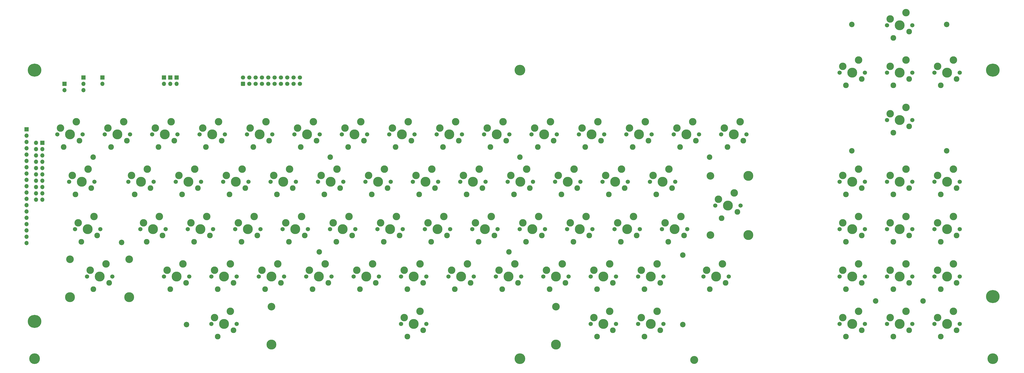
<source format=gts>
G04 #@! TF.GenerationSoftware,KiCad,Pcbnew,8.0.2*
G04 #@! TF.CreationDate,2025-05-01T13:08:38+01:00*
G04 #@! TF.ProjectId,Keyboard,4b657962-6f61-4726-942e-6b696361645f,rev?*
G04 #@! TF.SameCoordinates,Original*
G04 #@! TF.FileFunction,Soldermask,Top*
G04 #@! TF.FilePolarity,Negative*
%FSLAX46Y46*%
G04 Gerber Fmt 4.6, Leading zero omitted, Abs format (unit mm)*
G04 Created by KiCad (PCBNEW 8.0.2) date 2025-05-01 13:08:38*
%MOMM*%
%LPD*%
G01*
G04 APERTURE LIST*
G04 Aperture macros list*
%AMRoundRect*
0 Rectangle with rounded corners*
0 $1 Rounding radius*
0 $2 $3 $4 $5 $6 $7 $8 $9 X,Y pos of 4 corners*
0 Add a 4 corners polygon primitive as box body*
4,1,4,$2,$3,$4,$5,$6,$7,$8,$9,$2,$3,0*
0 Add four circle primitives for the rounded corners*
1,1,$1+$1,$2,$3*
1,1,$1+$1,$4,$5*
1,1,$1+$1,$6,$7*
1,1,$1+$1,$8,$9*
0 Add four rect primitives between the rounded corners*
20,1,$1+$1,$2,$3,$4,$5,0*
20,1,$1+$1,$4,$5,$6,$7,0*
20,1,$1+$1,$6,$7,$8,$9,0*
20,1,$1+$1,$8,$9,$2,$3,0*%
G04 Aperture macros list end*
%ADD10O,5.500000X5.200000*%
%ADD11C,4.300000*%
%ADD12C,3.200000*%
%ADD13C,2.200000*%
%ADD14RoundRect,0.250000X0.600000X-0.600000X0.600000X0.600000X-0.600000X0.600000X-0.600000X-0.600000X0*%
%ADD15C,1.700000*%
%ADD16C,1.701800*%
%ADD17C,3.000000*%
%ADD18C,3.987800*%
%ADD19C,2.286000*%
%ADD20C,3.048000*%
%ADD21R,1.700000X1.700000*%
%ADD22O,1.700000X1.700000*%
G04 APERTURE END LIST*
D10*
G04 #@! TO.C,H1*
X85012500Y-118075000D03*
G04 #@! TD*
D11*
G04 #@! TO.C,H2*
X280012500Y-118075000D03*
G04 #@! TD*
D10*
G04 #@! TO.C,H3*
X470012500Y-118075000D03*
G04 #@! TD*
G04 #@! TO.C,H4*
X85012500Y-219075000D03*
G04 #@! TD*
D12*
G04 #@! TO.C,H5*
X350012500Y-234575000D03*
G04 #@! TD*
D10*
G04 #@! TO.C,H6*
X470012500Y-209075000D03*
G04 #@! TD*
D13*
G04 #@! TO.C,H8*
X203835000Y-153035000D03*
G04 #@! TD*
G04 #@! TO.C,H10*
X356235000Y-153035000D03*
G04 #@! TD*
G04 #@! TO.C,H12*
X199390000Y-191135000D03*
G04 #@! TD*
D14*
G04 #@! TO.C,J2*
X168795000Y-123555000D03*
D15*
X168795000Y-121015000D03*
X171335000Y-123555000D03*
X171335000Y-121015000D03*
X173875000Y-123555000D03*
X173875000Y-121015000D03*
X176415000Y-123555000D03*
X176415000Y-121015000D03*
X178955000Y-123555000D03*
X178955000Y-121015000D03*
X181495000Y-123555000D03*
X181495000Y-121015000D03*
X184035000Y-123555000D03*
X184035000Y-121015000D03*
X186575000Y-123555000D03*
X186575000Y-121015000D03*
X189115000Y-123555000D03*
X189115000Y-121015000D03*
X191655000Y-123555000D03*
X191655000Y-121015000D03*
G04 #@! TD*
D13*
G04 #@! TO.C,H9*
X280035000Y-153035000D03*
G04 #@! TD*
D16*
G04 #@! TO.C,SW17*
X342467500Y-162925000D03*
D17*
X339927500Y-157845000D03*
D18*
X337387500Y-162925000D03*
D17*
X333577500Y-160385000D03*
D16*
X332307500Y-162925000D03*
D19*
X334847500Y-168005000D03*
X341197500Y-165465000D03*
G04 #@! TD*
D20*
G04 #@! TO.C,ST3*
X180225000Y-213090000D03*
D18*
X180225000Y-228330000D03*
D20*
X294525000Y-213090000D03*
D18*
X294525000Y-228330000D03*
G04 #@! TD*
D16*
G04 #@! TO.C,SW9*
X437717500Y-119062500D03*
D17*
X435177500Y-113982500D03*
D18*
X432637500Y-119062500D03*
D17*
X428827500Y-116522500D03*
D16*
X427557500Y-119062500D03*
D19*
X430097500Y-124142500D03*
X436447500Y-121602500D03*
G04 #@! TD*
D16*
G04 #@! TO.C,SW60*
X156730000Y-181975000D03*
D17*
X154190000Y-176895000D03*
D18*
X151650000Y-181975000D03*
D17*
X147840000Y-179435000D03*
D16*
X146570000Y-181975000D03*
D19*
X149110000Y-187055000D03*
X155460000Y-184515000D03*
G04 #@! TD*
D16*
G04 #@! TO.C,SW27*
X304367500Y-162925000D03*
D17*
X301827500Y-157845000D03*
D18*
X299287500Y-162925000D03*
D17*
X295477500Y-160385000D03*
D16*
X294207500Y-162925000D03*
D19*
X296747500Y-168005000D03*
X303097500Y-165465000D03*
G04 #@! TD*
D13*
G04 #@! TO.C,H25*
X413385000Y-150495000D03*
G04 #@! TD*
D16*
G04 #@! TO.C,SW22*
X337705000Y-201025000D03*
D17*
X335165000Y-195945000D03*
D18*
X332625000Y-201025000D03*
D17*
X328815000Y-198485000D03*
D16*
X327545000Y-201025000D03*
D19*
X330085000Y-206105000D03*
X336435000Y-203565000D03*
G04 #@! TD*
D13*
G04 #@! TO.C,H28*
X441960000Y-210820000D03*
G04 #@! TD*
D16*
G04 #@! TO.C,SW69*
X137680000Y-181975000D03*
D17*
X135140000Y-176895000D03*
D18*
X132600000Y-181975000D03*
D17*
X128790000Y-179435000D03*
D16*
X127520000Y-181975000D03*
D19*
X130060000Y-187055000D03*
X136410000Y-184515000D03*
G04 #@! TD*
D16*
G04 #@! TO.C,SW33*
X275792500Y-143875000D03*
D17*
X273252500Y-138795000D03*
D18*
X270712500Y-143875000D03*
D17*
X266902500Y-141335000D03*
D16*
X265632500Y-143875000D03*
D19*
X268172500Y-148955000D03*
X274522500Y-146415000D03*
G04 #@! TD*
D16*
G04 #@! TO.C,SW63*
X166255000Y-201025000D03*
D17*
X163715000Y-195945000D03*
D18*
X161175000Y-201025000D03*
D17*
X157365000Y-198485000D03*
D16*
X156095000Y-201025000D03*
D19*
X158635000Y-206105000D03*
X164985000Y-203565000D03*
G04 #@! TD*
D16*
G04 #@! TO.C,SW7*
X437717500Y-220075000D03*
D17*
X435177500Y-214995000D03*
D18*
X432637500Y-220075000D03*
D17*
X428827500Y-217535000D03*
D16*
X427557500Y-220075000D03*
D19*
X430097500Y-225155000D03*
X436447500Y-222615000D03*
G04 #@! TD*
D16*
G04 #@! TO.C,SW36*
X290080000Y-181975000D03*
D17*
X287540000Y-176895000D03*
D18*
X285000000Y-181975000D03*
D17*
X281190000Y-179435000D03*
D16*
X279920000Y-181975000D03*
D19*
X282460000Y-187055000D03*
X288810000Y-184515000D03*
G04 #@! TD*
D16*
G04 #@! TO.C,SW50*
X190067500Y-162925000D03*
D17*
X187527500Y-157845000D03*
D18*
X184987500Y-162925000D03*
D17*
X181177500Y-160385000D03*
D16*
X179907500Y-162925000D03*
D19*
X182447500Y-168005000D03*
X188797500Y-165465000D03*
G04 #@! TD*
D16*
G04 #@! TO.C,SW10*
X418667500Y-162925000D03*
D17*
X416127500Y-157845000D03*
D18*
X413587500Y-162925000D03*
D17*
X409777500Y-160385000D03*
D16*
X408507500Y-162925000D03*
D19*
X411047500Y-168005000D03*
X417397500Y-165465000D03*
G04 #@! TD*
D16*
G04 #@! TO.C,SW1*
X456767500Y-119062500D03*
D17*
X454227500Y-113982500D03*
D18*
X451687500Y-119062500D03*
D17*
X447877500Y-116522500D03*
D16*
X446607500Y-119062500D03*
D19*
X449147500Y-124142500D03*
X455497500Y-121602500D03*
G04 #@! TD*
D16*
G04 #@! TO.C,SW13*
X418667500Y-201025000D03*
D17*
X416127500Y-195945000D03*
D18*
X413587500Y-201025000D03*
D17*
X409777500Y-198485000D03*
D16*
X408507500Y-201025000D03*
D19*
X411047500Y-206105000D03*
X417397500Y-203565000D03*
G04 #@! TD*
D16*
G04 #@! TO.C,SW42*
X247217500Y-162925000D03*
D17*
X244677500Y-157845000D03*
D18*
X242137500Y-162925000D03*
D17*
X238327500Y-160385000D03*
D16*
X237057500Y-162925000D03*
D19*
X239597500Y-168005000D03*
X245947500Y-165465000D03*
G04 #@! TD*
D13*
G04 #@! TO.C,H15*
X146050000Y-220345000D03*
G04 #@! TD*
G04 #@! TO.C,H11*
X120015000Y-187325000D03*
G04 #@! TD*
D16*
G04 #@! TO.C,SW30*
X318655000Y-201025000D03*
D17*
X316115000Y-195945000D03*
D18*
X313575000Y-201025000D03*
D17*
X309765000Y-198485000D03*
D16*
X308495000Y-201025000D03*
D19*
X311035000Y-206105000D03*
X317385000Y-203565000D03*
G04 #@! TD*
D16*
G04 #@! TO.C,SW62*
X185305000Y-201025000D03*
D17*
X182765000Y-195945000D03*
D18*
X180225000Y-201025000D03*
D17*
X176415000Y-198485000D03*
D16*
X175145000Y-201025000D03*
D19*
X177685000Y-206105000D03*
X184035000Y-203565000D03*
G04 #@! TD*
D16*
G04 #@! TO.C,SW53*
X194830000Y-181975000D03*
D17*
X192290000Y-176895000D03*
D18*
X189750000Y-181975000D03*
D17*
X185940000Y-179435000D03*
D16*
X184670000Y-181975000D03*
D19*
X187210000Y-187055000D03*
X193560000Y-184515000D03*
G04 #@! TD*
D16*
G04 #@! TO.C,SW79*
X371042500Y-143875000D03*
D17*
X368502500Y-138795000D03*
D18*
X365962500Y-143875000D03*
D17*
X362152500Y-141335000D03*
D16*
X360882500Y-143875000D03*
D19*
X363422500Y-148955000D03*
X369772500Y-146415000D03*
G04 #@! TD*
D16*
G04 #@! TO.C,SW14*
X437717500Y-201025000D03*
D17*
X435177500Y-195945000D03*
D18*
X432637500Y-201025000D03*
D17*
X428827500Y-198485000D03*
D16*
X427557500Y-201025000D03*
D19*
X430097500Y-206105000D03*
X436447500Y-203565000D03*
G04 #@! TD*
D16*
G04 #@! TO.C,SW65*
X142442500Y-143875000D03*
D17*
X139902500Y-138795000D03*
D18*
X137362500Y-143875000D03*
D17*
X133552500Y-141335000D03*
D16*
X132282500Y-143875000D03*
D19*
X134822500Y-148955000D03*
X141172500Y-146415000D03*
G04 #@! TD*
D16*
G04 #@! TO.C,SW31*
X299605000Y-201025000D03*
D17*
X297065000Y-195945000D03*
D18*
X294525000Y-201025000D03*
D17*
X290715000Y-198485000D03*
D16*
X289445000Y-201025000D03*
D19*
X291985000Y-206105000D03*
X298335000Y-203565000D03*
G04 #@! TD*
D16*
G04 #@! TO.C,SW37*
X271030000Y-181975000D03*
D17*
X268490000Y-176895000D03*
D18*
X265950000Y-181975000D03*
D17*
X262140000Y-179435000D03*
D16*
X260870000Y-181975000D03*
D19*
X263410000Y-187055000D03*
X269760000Y-184515000D03*
G04 #@! TD*
D16*
G04 #@! TO.C,SW70*
X111486250Y-181975000D03*
D17*
X108946250Y-176895000D03*
D18*
X106406250Y-181975000D03*
D17*
X102596250Y-179435000D03*
D16*
X101326250Y-181975000D03*
D19*
X103866250Y-187055000D03*
X110216250Y-184515000D03*
G04 #@! TD*
D11*
G04 #@! TO.C,H21*
X470012500Y-234075000D03*
G04 #@! TD*
D13*
G04 #@! TO.C,H23*
X413385000Y-99695000D03*
G04 #@! TD*
D16*
G04 #@! TO.C,SW39*
X280555000Y-201025000D03*
D17*
X278015000Y-195945000D03*
D18*
X275475000Y-201025000D03*
D17*
X271665000Y-198485000D03*
D16*
X270395000Y-201025000D03*
D19*
X272935000Y-206105000D03*
X279285000Y-203565000D03*
G04 #@! TD*
D16*
G04 #@! TO.C,SW6*
X456767500Y-220075000D03*
D17*
X454227500Y-214995000D03*
D18*
X451687500Y-220075000D03*
D17*
X447877500Y-217535000D03*
D16*
X446607500Y-220075000D03*
D19*
X449147500Y-225155000D03*
X455497500Y-222615000D03*
G04 #@! TD*
D13*
G04 #@! TO.C,H26*
X451485000Y-150495000D03*
G04 #@! TD*
D16*
G04 #@! TO.C,SW20*
X418667500Y-181975000D03*
D17*
X416127500Y-176895000D03*
D18*
X413587500Y-181975000D03*
D17*
X409777500Y-179435000D03*
D16*
X408507500Y-181975000D03*
D19*
X411047500Y-187055000D03*
X417397500Y-184515000D03*
G04 #@! TD*
D16*
G04 #@! TO.C,SW21*
X116248750Y-201025000D03*
D17*
X113708750Y-195945000D03*
D18*
X111168750Y-201025000D03*
D17*
X107358750Y-198485000D03*
D16*
X106088750Y-201025000D03*
D19*
X108628750Y-206105000D03*
X114978750Y-203565000D03*
G04 #@! TD*
D16*
G04 #@! TO.C,SW38*
X261505000Y-201025000D03*
D17*
X258965000Y-195945000D03*
D18*
X256425000Y-201025000D03*
D17*
X252615000Y-198485000D03*
D16*
X251345000Y-201025000D03*
D19*
X253885000Y-206105000D03*
X260235000Y-203565000D03*
G04 #@! TD*
D16*
G04 #@! TO.C,SW68*
X109105000Y-162925000D03*
D17*
X106565000Y-157845000D03*
D18*
X104025000Y-162925000D03*
D17*
X100215000Y-160385000D03*
D16*
X98945000Y-162925000D03*
D19*
X101485000Y-168005000D03*
X107835000Y-165465000D03*
G04 #@! TD*
D16*
G04 #@! TO.C,SW56*
X180542500Y-143875000D03*
D17*
X178002500Y-138795000D03*
D18*
X175462500Y-143875000D03*
D17*
X171652500Y-141335000D03*
D16*
X170382500Y-143875000D03*
D19*
X172922500Y-148955000D03*
X179272500Y-146415000D03*
G04 #@! TD*
D20*
G04 #@! TO.C,ST2*
X99268750Y-194040000D03*
D18*
X99268750Y-209280000D03*
D20*
X123068750Y-194040000D03*
D18*
X123068750Y-209280000D03*
G04 #@! TD*
D16*
G04 #@! TO.C,SW59*
X151967500Y-162925000D03*
D17*
X149427500Y-157845000D03*
D18*
X146887500Y-162925000D03*
D17*
X143077500Y-160385000D03*
D16*
X141807500Y-162925000D03*
D19*
X144347500Y-168005000D03*
X150697500Y-165465000D03*
G04 #@! TD*
D16*
G04 #@! TO.C,SW902*
X318655000Y-220075000D03*
D17*
X316115000Y-214995000D03*
D18*
X313575000Y-220075000D03*
D17*
X309765000Y-217535000D03*
D16*
X308495000Y-220075000D03*
D19*
X311035000Y-225155000D03*
X317385000Y-222615000D03*
G04 #@! TD*
D16*
G04 #@! TO.C,SW43*
X228167500Y-162925000D03*
D17*
X225627500Y-157845000D03*
D18*
X223087500Y-162925000D03*
D17*
X219277500Y-160385000D03*
D16*
X218007500Y-162925000D03*
D19*
X220547500Y-168005000D03*
X226897500Y-165465000D03*
G04 #@! TD*
D16*
G04 #@! TO.C,SW901*
X166255000Y-220075000D03*
D17*
X163715000Y-214995000D03*
D18*
X161175000Y-220075000D03*
D17*
X157365000Y-217535000D03*
D16*
X156095000Y-220075000D03*
D19*
X158635000Y-225155000D03*
X164985000Y-222615000D03*
G04 #@! TD*
D16*
G04 #@! TO.C,SW19*
X347230000Y-181975000D03*
D17*
X344690000Y-176895000D03*
D18*
X342150000Y-181975000D03*
D17*
X338340000Y-179435000D03*
D16*
X337070000Y-181975000D03*
D19*
X339610000Y-187055000D03*
X345960000Y-184515000D03*
G04 #@! TD*
D13*
G04 #@! TO.C,H24*
X451485000Y-99695000D03*
G04 #@! TD*
D16*
G04 #@! TO.C,SW34*
X285317500Y-162925000D03*
D17*
X282777500Y-157845000D03*
D18*
X280237500Y-162925000D03*
D17*
X276427500Y-160385000D03*
D16*
X275157500Y-162925000D03*
D19*
X277697500Y-168005000D03*
X284047500Y-165465000D03*
G04 #@! TD*
D16*
G04 #@! TO.C,SW23*
X337705000Y-220075000D03*
D17*
X335165000Y-214995000D03*
D18*
X332625000Y-220075000D03*
D17*
X328815000Y-217535000D03*
D16*
X327545000Y-220075000D03*
D19*
X330085000Y-225155000D03*
X336435000Y-222615000D03*
G04 #@! TD*
D11*
G04 #@! TO.C,H20*
X280012500Y-234075000D03*
G04 #@! TD*
D16*
G04 #@! TO.C,SW11*
X437717500Y-162925000D03*
D17*
X435177500Y-157845000D03*
D18*
X432637500Y-162925000D03*
D17*
X428827500Y-160385000D03*
D16*
X427557500Y-162925000D03*
D19*
X430097500Y-168005000D03*
X436447500Y-165465000D03*
G04 #@! TD*
D16*
G04 #@! TO.C,SW41*
X237692500Y-143875000D03*
D17*
X235152500Y-138795000D03*
D18*
X232612500Y-143875000D03*
D17*
X228802500Y-141335000D03*
D16*
X227532500Y-143875000D03*
D19*
X230072500Y-148955000D03*
X236422500Y-146415000D03*
G04 #@! TD*
D16*
G04 #@! TO.C,SW45*
X251980000Y-181975000D03*
D17*
X249440000Y-176895000D03*
D18*
X246900000Y-181975000D03*
D17*
X243090000Y-179435000D03*
D16*
X241820000Y-181975000D03*
D19*
X244360000Y-187055000D03*
X250710000Y-184515000D03*
G04 #@! TD*
D13*
G04 #@! TO.C,H22*
X345440000Y-220345000D03*
G04 #@! TD*
D20*
G04 #@! TO.C,ST1*
X356596250Y-184350000D03*
D18*
X371836250Y-184350000D03*
D20*
X356596250Y-160550000D03*
D18*
X371836250Y-160550000D03*
G04 #@! TD*
D16*
G04 #@! TO.C,SW8*
X418667500Y-119062500D03*
D17*
X416127500Y-113982500D03*
D18*
X413587500Y-119062500D03*
D17*
X409777500Y-116522500D03*
D16*
X408507500Y-119062500D03*
D19*
X411047500Y-124142500D03*
X417397500Y-121602500D03*
G04 #@! TD*
D16*
G04 #@! TO.C,SW52*
X213880000Y-181975000D03*
D17*
X211340000Y-176895000D03*
D18*
X208800000Y-181975000D03*
D17*
X204990000Y-179435000D03*
D16*
X203720000Y-181975000D03*
D19*
X206260000Y-187055000D03*
X212610000Y-184515000D03*
G04 #@! TD*
D16*
G04 #@! TO.C,SW5*
X456767500Y-201025000D03*
D17*
X454227500Y-195945000D03*
D18*
X451687500Y-201025000D03*
D17*
X447877500Y-198485000D03*
D16*
X446607500Y-201025000D03*
D19*
X449147500Y-206105000D03*
X455497500Y-203565000D03*
G04 #@! TD*
D11*
G04 #@! TO.C,H19*
X85012500Y-234075000D03*
G04 #@! TD*
D13*
G04 #@! TO.C,H13*
X275590000Y-191135000D03*
G04 #@! TD*
G04 #@! TO.C,H27*
X422910000Y-210820000D03*
G04 #@! TD*
D16*
G04 #@! TO.C,SW16*
X351992500Y-143875000D03*
D17*
X349452500Y-138795000D03*
D18*
X346912500Y-143875000D03*
D17*
X343102500Y-141335000D03*
D16*
X341832500Y-143875000D03*
D19*
X344372500Y-148955000D03*
X350722500Y-146415000D03*
G04 #@! TD*
D16*
G04 #@! TO.C,SW4*
X456767500Y-181975000D03*
D17*
X454227500Y-176895000D03*
D18*
X451687500Y-181975000D03*
D17*
X447877500Y-179435000D03*
D16*
X446607500Y-181975000D03*
D19*
X449147500Y-187055000D03*
X455497500Y-184515000D03*
G04 #@! TD*
D16*
G04 #@! TO.C,SW67*
X132917500Y-162925000D03*
D17*
X130377500Y-157845000D03*
D18*
X127837500Y-162925000D03*
D17*
X124027500Y-160385000D03*
D16*
X122757500Y-162925000D03*
D19*
X125297500Y-168005000D03*
X131647500Y-165465000D03*
G04 #@! TD*
D16*
G04 #@! TO.C,SW18*
X368661250Y-172450000D03*
D17*
X366121250Y-167370000D03*
D18*
X363581250Y-172450000D03*
D17*
X359771250Y-169910000D03*
D16*
X358501250Y-172450000D03*
D19*
X361041250Y-177530000D03*
X367391250Y-174990000D03*
G04 #@! TD*
D16*
G04 #@! TO.C,SW25*
X313892500Y-143875000D03*
D17*
X311352500Y-138795000D03*
D18*
X308812500Y-143875000D03*
D17*
X305002500Y-141335000D03*
D16*
X303732500Y-143875000D03*
D19*
X306272500Y-148955000D03*
X312622500Y-146415000D03*
G04 #@! TD*
D13*
G04 #@! TO.C,H7*
X108585000Y-153035000D03*
G04 #@! TD*
D16*
G04 #@! TO.C,SW24*
X332942500Y-143875000D03*
D17*
X330402500Y-138795000D03*
D18*
X327862500Y-143875000D03*
D17*
X324052500Y-141335000D03*
D16*
X322782500Y-143875000D03*
D19*
X325322500Y-148955000D03*
X331672500Y-146415000D03*
G04 #@! TD*
D16*
G04 #@! TO.C,SW12*
X437717500Y-181975000D03*
D17*
X435177500Y-176895000D03*
D18*
X432637500Y-181975000D03*
D17*
X428827500Y-179435000D03*
D16*
X427557500Y-181975000D03*
D19*
X430097500Y-187055000D03*
X436447500Y-184515000D03*
G04 #@! TD*
D16*
G04 #@! TO.C,SW66*
X104342500Y-143875000D03*
D17*
X101802500Y-138795000D03*
D18*
X99262500Y-143875000D03*
D17*
X95452500Y-141335000D03*
D16*
X94182500Y-143875000D03*
D19*
X96722500Y-148955000D03*
X103072500Y-146415000D03*
G04 #@! TD*
D16*
G04 #@! TO.C,SW28*
X328180000Y-181975000D03*
D17*
X325640000Y-176895000D03*
D18*
X323100000Y-181975000D03*
D17*
X319290000Y-179435000D03*
D16*
X318020000Y-181975000D03*
D19*
X320560000Y-187055000D03*
X326910000Y-184515000D03*
G04 #@! TD*
D16*
G04 #@! TO.C,SW29*
X309130000Y-181975000D03*
D17*
X306590000Y-176895000D03*
D18*
X304050000Y-181975000D03*
D17*
X300240000Y-179435000D03*
D16*
X298970000Y-181975000D03*
D19*
X301510000Y-187055000D03*
X307860000Y-184515000D03*
G04 #@! TD*
D16*
G04 #@! TO.C,SW58*
X171017500Y-162925000D03*
D17*
X168477500Y-157845000D03*
D18*
X165937500Y-162925000D03*
D17*
X162127500Y-160385000D03*
D16*
X160857500Y-162925000D03*
D19*
X163397500Y-168005000D03*
X169747500Y-165465000D03*
G04 #@! TD*
D16*
G04 #@! TO.C,SW15*
X418667500Y-220075000D03*
D17*
X416127500Y-214995000D03*
D18*
X413587500Y-220075000D03*
D17*
X409777500Y-217535000D03*
D16*
X408507500Y-220075000D03*
D19*
X411047500Y-225155000D03*
X417397500Y-222615000D03*
G04 #@! TD*
D13*
G04 #@! TO.C,H14*
X345440000Y-192405000D03*
G04 #@! TD*
D16*
G04 #@! TO.C,SW3*
X456767500Y-162925000D03*
D17*
X454227500Y-157845000D03*
D18*
X451687500Y-162925000D03*
D17*
X447877500Y-160385000D03*
D16*
X446607500Y-162925000D03*
D19*
X449147500Y-168005000D03*
X455497500Y-165465000D03*
G04 #@! TD*
D16*
G04 #@! TO.C,SW48*
X218642500Y-143875000D03*
D17*
X216102500Y-138795000D03*
D18*
X213562500Y-143875000D03*
D17*
X209752500Y-141335000D03*
D16*
X208482500Y-143875000D03*
D19*
X211022500Y-148955000D03*
X217372500Y-146415000D03*
G04 #@! TD*
D16*
G04 #@! TO.C,SW57*
X161492500Y-143875000D03*
D17*
X158952500Y-138795000D03*
D18*
X156412500Y-143875000D03*
D17*
X152602500Y-141335000D03*
D16*
X151332500Y-143875000D03*
D19*
X153872500Y-148955000D03*
X160222500Y-146415000D03*
G04 #@! TD*
D16*
G04 #@! TO.C,SW61*
X175780000Y-181975000D03*
D17*
X173240000Y-176895000D03*
D18*
X170700000Y-181975000D03*
D17*
X166890000Y-179435000D03*
D16*
X165620000Y-181975000D03*
D19*
X168160000Y-187055000D03*
X174510000Y-184515000D03*
G04 #@! TD*
D16*
G04 #@! TO.C,SW0*
X437717500Y-100012500D03*
D17*
X435177500Y-94932500D03*
D18*
X432637500Y-100012500D03*
D17*
X428827500Y-97472500D03*
D16*
X427557500Y-100012500D03*
D19*
X430097500Y-105092500D03*
X436447500Y-102552500D03*
G04 #@! TD*
D16*
G04 #@! TO.C,SW47*
X242455000Y-220075000D03*
D17*
X239915000Y-214995000D03*
D18*
X237375000Y-220075000D03*
D17*
X233565000Y-217535000D03*
D16*
X232295000Y-220075000D03*
D19*
X234835000Y-225155000D03*
X241185000Y-222615000D03*
G04 #@! TD*
D16*
G04 #@! TO.C,SW64*
X123392500Y-143875000D03*
D17*
X120852500Y-138795000D03*
D18*
X118312500Y-143875000D03*
D17*
X114502500Y-141335000D03*
D16*
X113232500Y-143875000D03*
D19*
X115772500Y-148955000D03*
X122122500Y-146415000D03*
G04 #@! TD*
D16*
G04 #@! TO.C,SW71*
X147205000Y-201025000D03*
D17*
X144665000Y-195945000D03*
D18*
X142125000Y-201025000D03*
D17*
X138315000Y-198485000D03*
D16*
X137045000Y-201025000D03*
D19*
X139585000Y-206105000D03*
X145935000Y-203565000D03*
G04 #@! TD*
D16*
G04 #@! TO.C,SW35*
X266267500Y-162925000D03*
D17*
X263727500Y-157845000D03*
D18*
X261187500Y-162925000D03*
D17*
X257377500Y-160385000D03*
D16*
X256107500Y-162925000D03*
D19*
X258647500Y-168005000D03*
X264997500Y-165465000D03*
G04 #@! TD*
D16*
G04 #@! TO.C,SW51*
X209117500Y-162925000D03*
D17*
X206577500Y-157845000D03*
D18*
X204037500Y-162925000D03*
D17*
X200227500Y-160385000D03*
D16*
X198957500Y-162925000D03*
D19*
X201497500Y-168005000D03*
X207847500Y-165465000D03*
G04 #@! TD*
D16*
G04 #@! TO.C,SW54*
X223405000Y-201025000D03*
D17*
X220865000Y-195945000D03*
D18*
X218325000Y-201025000D03*
D17*
X214515000Y-198485000D03*
D16*
X213245000Y-201025000D03*
D19*
X215785000Y-206105000D03*
X222135000Y-203565000D03*
G04 #@! TD*
D16*
G04 #@! TO.C,SW46*
X242455000Y-201025000D03*
D17*
X239915000Y-195945000D03*
D18*
X237375000Y-201025000D03*
D17*
X233565000Y-198485000D03*
D16*
X232295000Y-201025000D03*
D19*
X234835000Y-206105000D03*
X241185000Y-203565000D03*
G04 #@! TD*
D16*
G04 #@! TO.C,SW49*
X199592500Y-143875000D03*
D17*
X197052500Y-138795000D03*
D18*
X194512500Y-143875000D03*
D17*
X190702500Y-141335000D03*
D16*
X189432500Y-143875000D03*
D19*
X191972500Y-148955000D03*
X198322500Y-146415000D03*
G04 #@! TD*
D16*
G04 #@! TO.C,SW26*
X323417500Y-162925000D03*
D17*
X320877500Y-157845000D03*
D18*
X318337500Y-162925000D03*
D17*
X314527500Y-160385000D03*
D16*
X313257500Y-162925000D03*
D19*
X315797500Y-168005000D03*
X322147500Y-165465000D03*
G04 #@! TD*
D16*
G04 #@! TO.C,SW2*
X437717500Y-138112500D03*
D17*
X435177500Y-133032500D03*
D18*
X432637500Y-138112500D03*
D17*
X428827500Y-135572500D03*
D16*
X427557500Y-138112500D03*
D19*
X430097500Y-143192500D03*
X436447500Y-140652500D03*
G04 #@! TD*
D16*
G04 #@! TO.C,SW40*
X256742500Y-143875000D03*
D17*
X254202500Y-138795000D03*
D18*
X251662500Y-143875000D03*
D17*
X247852500Y-141335000D03*
D16*
X246582500Y-143875000D03*
D19*
X249122500Y-148955000D03*
X255472500Y-146415000D03*
G04 #@! TD*
D16*
G04 #@! TO.C,SW32*
X294842500Y-143875000D03*
D17*
X292302500Y-138795000D03*
D18*
X289762500Y-143875000D03*
D17*
X285952500Y-141335000D03*
D16*
X284682500Y-143875000D03*
D19*
X287222500Y-148955000D03*
X293572500Y-146415000D03*
G04 #@! TD*
D16*
G04 #@! TO.C,SW55*
X204355000Y-201025000D03*
D17*
X201815000Y-195945000D03*
D18*
X199275000Y-201025000D03*
D17*
X195465000Y-198485000D03*
D16*
X194195000Y-201025000D03*
D19*
X196735000Y-206105000D03*
X203085000Y-203565000D03*
G04 #@! TD*
D16*
G04 #@! TO.C,SW121*
X363898750Y-201025000D03*
D17*
X361358750Y-195945000D03*
D18*
X358818750Y-201025000D03*
D17*
X355008750Y-198485000D03*
D16*
X353738750Y-201025000D03*
D19*
X356278750Y-206105000D03*
X362628750Y-203565000D03*
G04 #@! TD*
D16*
G04 #@! TO.C,SW44*
X232930000Y-181975000D03*
D17*
X230390000Y-176895000D03*
D18*
X227850000Y-181975000D03*
D17*
X224040000Y-179435000D03*
D16*
X222770000Y-181975000D03*
D19*
X225310000Y-187055000D03*
X231660000Y-184515000D03*
G04 #@! TD*
D21*
G04 #@! TO.C,LK1*
X104660000Y-121015000D03*
D22*
X104660000Y-123555000D03*
X104660000Y-126095000D03*
G04 #@! TD*
D21*
G04 #@! TO.C,J1*
X88155000Y-147215000D03*
D22*
X85615000Y-147215000D03*
X88155000Y-149755000D03*
X85615000Y-149755000D03*
X88155000Y-152295000D03*
X85615000Y-152295000D03*
X88155000Y-154835000D03*
X85615000Y-154835000D03*
X88155000Y-157375000D03*
X85615000Y-157375000D03*
X88155000Y-159915000D03*
X85615000Y-159915000D03*
X88155000Y-162455000D03*
X85615000Y-162455000D03*
X88155000Y-164995000D03*
X85615000Y-164995000D03*
X88155000Y-167535000D03*
X85615000Y-167535000D03*
X88155000Y-170075000D03*
X85615000Y-170075000D03*
G04 #@! TD*
D21*
G04 #@! TO.C,LK2*
X112280000Y-121015000D03*
D22*
X112280000Y-123555000D03*
G04 #@! TD*
D21*
G04 #@! TO.C,LK3*
X97040000Y-123555000D03*
D22*
X97040000Y-126095000D03*
G04 #@! TD*
D21*
G04 #@! TO.C,LK5*
X142125000Y-121010000D03*
D22*
X142125000Y-123550000D03*
G04 #@! TD*
D21*
G04 #@! TO.C,J3*
X81800000Y-141855000D03*
D22*
X81800000Y-144395000D03*
X81800000Y-146935000D03*
X81800000Y-149475000D03*
X81800000Y-152015000D03*
X81800000Y-154555000D03*
X81800000Y-157095000D03*
X81800000Y-159635000D03*
X81800000Y-162175000D03*
X81800000Y-164715000D03*
X81800000Y-167255000D03*
X81800000Y-169795000D03*
X81800000Y-172335000D03*
X81800000Y-174875000D03*
X81800000Y-177415000D03*
X81800000Y-179955000D03*
X81800000Y-182495000D03*
X81800000Y-185035000D03*
X81800000Y-187575000D03*
G04 #@! TD*
D21*
G04 #@! TO.C,LK4*
X139585000Y-121010000D03*
D22*
X139585000Y-123550000D03*
G04 #@! TD*
D21*
G04 #@! TO.C,LK6*
X137045000Y-121010000D03*
D22*
X137045000Y-123550000D03*
G04 #@! TD*
M02*

</source>
